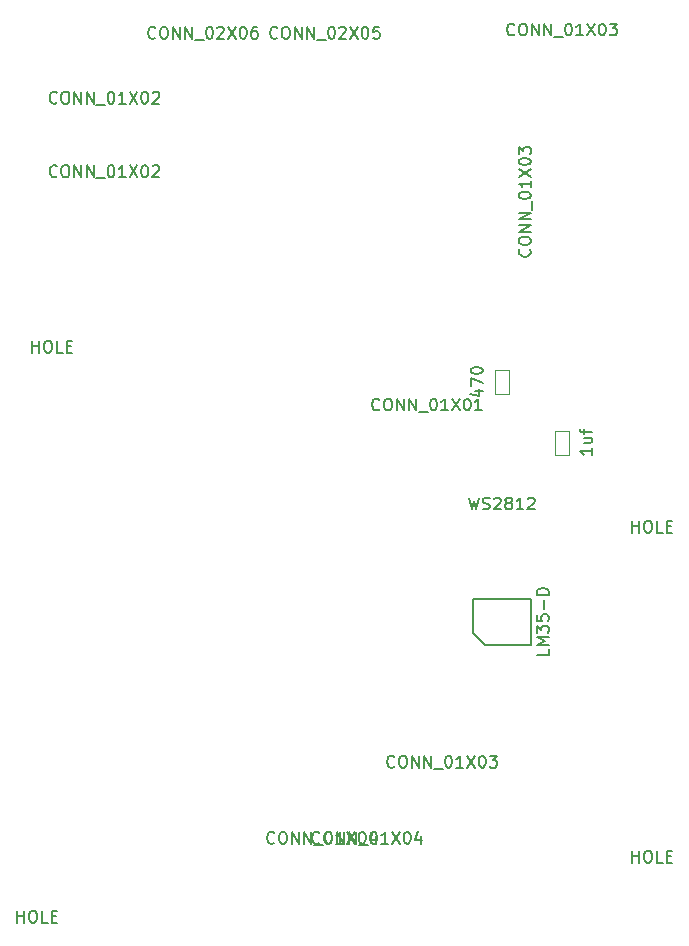
<source format=gbr>
G04 #@! TF.GenerationSoftware,KiCad,Pcbnew,5.0.0-rc2*
G04 #@! TF.CreationDate,2018-11-13T00:27:13-05:00*
G04 #@! TF.ProjectId,uno,756E6F2E6B696361645F706362000000,v1.0*
G04 #@! TF.SameCoordinates,Original*
G04 #@! TF.FileFunction,Other,Fab,Top*
%FSLAX46Y46*%
G04 Gerber Fmt 4.6, Leading zero omitted, Abs format (unit mm)*
G04 Created by KiCad (PCBNEW 5.0.0-rc2) date Tue Nov 13 00:27:13 2018*
%MOMM*%
%LPD*%
G01*
G04 APERTURE LIST*
%ADD10C,0.150000*%
%ADD11C,0.100000*%
G04 APERTURE END LIST*
D10*
G04 #@! TO.C,U6*
X71210000Y-87310000D02*
X71210000Y-84410000D01*
X71210000Y-84410000D02*
X76110000Y-84410000D01*
X76110000Y-84410000D02*
X76110000Y-88310000D01*
X76110000Y-88310000D02*
X72210000Y-88310000D01*
X72210000Y-88310000D02*
X71210000Y-87310000D01*
D11*
G04 #@! TO.C,C1*
X78115000Y-72200000D02*
X78115000Y-70200000D01*
X78115000Y-70200000D02*
X79365000Y-70200000D01*
X79365000Y-70200000D02*
X79365000Y-72200000D01*
X79365000Y-72200000D02*
X78115000Y-72200000D01*
G04 #@! TO.C,R1*
X73035000Y-65040000D02*
X74285000Y-65040000D01*
X73035000Y-67040000D02*
X73035000Y-65040000D01*
X74285000Y-67040000D02*
X73035000Y-67040000D01*
X74285000Y-65040000D02*
X74285000Y-67040000D01*
G04 #@! TD*
G04 #@! TO.C,U1*
D10*
X32623333Y-111831380D02*
X32623333Y-110831380D01*
X32623333Y-111307571D02*
X33194761Y-111307571D01*
X33194761Y-111831380D02*
X33194761Y-110831380D01*
X33861428Y-110831380D02*
X34051904Y-110831380D01*
X34147142Y-110879000D01*
X34242380Y-110974238D01*
X34290000Y-111164714D01*
X34290000Y-111498047D01*
X34242380Y-111688523D01*
X34147142Y-111783761D01*
X34051904Y-111831380D01*
X33861428Y-111831380D01*
X33766190Y-111783761D01*
X33670952Y-111688523D01*
X33623333Y-111498047D01*
X33623333Y-111164714D01*
X33670952Y-110974238D01*
X33766190Y-110879000D01*
X33861428Y-110831380D01*
X35194761Y-111831380D02*
X34718571Y-111831380D01*
X34718571Y-110831380D01*
X35528095Y-111307571D02*
X35861428Y-111307571D01*
X36004285Y-111831380D02*
X35528095Y-111831380D01*
X35528095Y-110831380D01*
X36004285Y-110831380D01*
G04 #@! TO.C,U2*
X84693333Y-106751380D02*
X84693333Y-105751380D01*
X84693333Y-106227571D02*
X85264761Y-106227571D01*
X85264761Y-106751380D02*
X85264761Y-105751380D01*
X85931428Y-105751380D02*
X86121904Y-105751380D01*
X86217142Y-105799000D01*
X86312380Y-105894238D01*
X86359999Y-106084714D01*
X86359999Y-106418047D01*
X86312380Y-106608523D01*
X86217142Y-106703761D01*
X86121904Y-106751380D01*
X85931428Y-106751380D01*
X85836190Y-106703761D01*
X85740952Y-106608523D01*
X85693333Y-106418047D01*
X85693333Y-106084714D01*
X85740952Y-105894238D01*
X85836190Y-105799000D01*
X85931428Y-105751380D01*
X87264761Y-106751380D02*
X86788571Y-106751380D01*
X86788571Y-105751380D01*
X87598095Y-106227571D02*
X87931428Y-106227571D01*
X88074285Y-106751380D02*
X87598095Y-106751380D01*
X87598095Y-105751380D01*
X88074285Y-105751380D01*
G04 #@! TO.C,U3*
X33893333Y-63571380D02*
X33893333Y-62571380D01*
X33893333Y-63047571D02*
X34464761Y-63047571D01*
X34464761Y-63571380D02*
X34464761Y-62571380D01*
X35131428Y-62571380D02*
X35321904Y-62571380D01*
X35417142Y-62619000D01*
X35512380Y-62714238D01*
X35560000Y-62904714D01*
X35560000Y-63238047D01*
X35512380Y-63428523D01*
X35417142Y-63523761D01*
X35321904Y-63571380D01*
X35131428Y-63571380D01*
X35036190Y-63523761D01*
X34940952Y-63428523D01*
X34893333Y-63238047D01*
X34893333Y-62904714D01*
X34940952Y-62714238D01*
X35036190Y-62619000D01*
X35131428Y-62571380D01*
X36464761Y-63571380D02*
X35988571Y-63571380D01*
X35988571Y-62571380D01*
X36798095Y-63047571D02*
X37131428Y-63047571D01*
X37274285Y-63571380D02*
X36798095Y-63571380D01*
X36798095Y-62571380D01*
X37274285Y-62571380D01*
G04 #@! TO.C,U4*
X84693333Y-78811380D02*
X84693333Y-77811380D01*
X84693333Y-78287571D02*
X85264761Y-78287571D01*
X85264761Y-78811380D02*
X85264761Y-77811380D01*
X85931428Y-77811380D02*
X86121904Y-77811380D01*
X86217142Y-77859000D01*
X86312380Y-77954238D01*
X86359999Y-78144714D01*
X86359999Y-78478047D01*
X86312380Y-78668523D01*
X86217142Y-78763761D01*
X86121904Y-78811380D01*
X85931428Y-78811380D01*
X85836190Y-78763761D01*
X85740952Y-78668523D01*
X85693333Y-78478047D01*
X85693333Y-78144714D01*
X85740952Y-77954238D01*
X85836190Y-77859000D01*
X85931428Y-77811380D01*
X87264761Y-78811380D02*
X86788571Y-78811380D01*
X86788571Y-77811380D01*
X87598095Y-78287571D02*
X87931428Y-78287571D01*
X88074285Y-78811380D02*
X87598095Y-78811380D01*
X87598095Y-77811380D01*
X88074285Y-77811380D01*
G04 #@! TO.C,LED1*
X70850476Y-75842380D02*
X71088571Y-76842380D01*
X71279047Y-76128095D01*
X71469523Y-76842380D01*
X71707619Y-75842380D01*
X72040952Y-76794761D02*
X72183809Y-76842380D01*
X72421904Y-76842380D01*
X72517142Y-76794761D01*
X72564761Y-76747142D01*
X72612380Y-76651904D01*
X72612380Y-76556666D01*
X72564761Y-76461428D01*
X72517142Y-76413809D01*
X72421904Y-76366190D01*
X72231428Y-76318571D01*
X72136190Y-76270952D01*
X72088571Y-76223333D01*
X72040952Y-76128095D01*
X72040952Y-76032857D01*
X72088571Y-75937619D01*
X72136190Y-75890000D01*
X72231428Y-75842380D01*
X72469523Y-75842380D01*
X72612380Y-75890000D01*
X72993333Y-75937619D02*
X73040952Y-75890000D01*
X73136190Y-75842380D01*
X73374285Y-75842380D01*
X73469523Y-75890000D01*
X73517142Y-75937619D01*
X73564761Y-76032857D01*
X73564761Y-76128095D01*
X73517142Y-76270952D01*
X72945714Y-76842380D01*
X73564761Y-76842380D01*
X74136190Y-76270952D02*
X74040952Y-76223333D01*
X73993333Y-76175714D01*
X73945714Y-76080476D01*
X73945714Y-76032857D01*
X73993333Y-75937619D01*
X74040952Y-75890000D01*
X74136190Y-75842380D01*
X74326666Y-75842380D01*
X74421904Y-75890000D01*
X74469523Y-75937619D01*
X74517142Y-76032857D01*
X74517142Y-76080476D01*
X74469523Y-76175714D01*
X74421904Y-76223333D01*
X74326666Y-76270952D01*
X74136190Y-76270952D01*
X74040952Y-76318571D01*
X73993333Y-76366190D01*
X73945714Y-76461428D01*
X73945714Y-76651904D01*
X73993333Y-76747142D01*
X74040952Y-76794761D01*
X74136190Y-76842380D01*
X74326666Y-76842380D01*
X74421904Y-76794761D01*
X74469523Y-76747142D01*
X74517142Y-76651904D01*
X74517142Y-76461428D01*
X74469523Y-76366190D01*
X74421904Y-76318571D01*
X74326666Y-76270952D01*
X75469523Y-76842380D02*
X74898095Y-76842380D01*
X75183809Y-76842380D02*
X75183809Y-75842380D01*
X75088571Y-75985238D01*
X74993333Y-76080476D01*
X74898095Y-76128095D01*
X75850476Y-75937619D02*
X75898095Y-75890000D01*
X75993333Y-75842380D01*
X76231428Y-75842380D01*
X76326666Y-75890000D01*
X76374285Y-75937619D01*
X76421904Y-76032857D01*
X76421904Y-76128095D01*
X76374285Y-76270952D01*
X75802857Y-76842380D01*
X76421904Y-76842380D01*
G04 #@! TO.C,P1*
X54396190Y-105057142D02*
X54348571Y-105104761D01*
X54205714Y-105152380D01*
X54110476Y-105152380D01*
X53967619Y-105104761D01*
X53872380Y-105009523D01*
X53824761Y-104914285D01*
X53777142Y-104723809D01*
X53777142Y-104580952D01*
X53824761Y-104390476D01*
X53872380Y-104295238D01*
X53967619Y-104200000D01*
X54110476Y-104152380D01*
X54205714Y-104152380D01*
X54348571Y-104200000D01*
X54396190Y-104247619D01*
X55015238Y-104152380D02*
X55205714Y-104152380D01*
X55300952Y-104200000D01*
X55396190Y-104295238D01*
X55443809Y-104485714D01*
X55443809Y-104819047D01*
X55396190Y-105009523D01*
X55300952Y-105104761D01*
X55205714Y-105152380D01*
X55015238Y-105152380D01*
X54919999Y-105104761D01*
X54824761Y-105009523D01*
X54777142Y-104819047D01*
X54777142Y-104485714D01*
X54824761Y-104295238D01*
X54919999Y-104200000D01*
X55015238Y-104152380D01*
X55872380Y-105152380D02*
X55872380Y-104152380D01*
X56443809Y-105152380D01*
X56443809Y-104152380D01*
X56919999Y-105152380D02*
X56919999Y-104152380D01*
X57491428Y-105152380D01*
X57491428Y-104152380D01*
X57729523Y-105247619D02*
X58491428Y-105247619D01*
X58919999Y-104152380D02*
X59015238Y-104152380D01*
X59110476Y-104200000D01*
X59158095Y-104247619D01*
X59205714Y-104342857D01*
X59253333Y-104533333D01*
X59253333Y-104771428D01*
X59205714Y-104961904D01*
X59158095Y-105057142D01*
X59110476Y-105104761D01*
X59015238Y-105152380D01*
X58919999Y-105152380D01*
X58824761Y-105104761D01*
X58777142Y-105057142D01*
X58729523Y-104961904D01*
X58681904Y-104771428D01*
X58681904Y-104533333D01*
X58729523Y-104342857D01*
X58777142Y-104247619D01*
X58824761Y-104200000D01*
X58919999Y-104152380D01*
X60205714Y-105152380D02*
X59634285Y-105152380D01*
X59919999Y-105152380D02*
X59919999Y-104152380D01*
X59824761Y-104295238D01*
X59729523Y-104390476D01*
X59634285Y-104438095D01*
X60539047Y-104152380D02*
X61205714Y-105152380D01*
X61205714Y-104152380D02*
X60539047Y-105152380D01*
X61777142Y-104152380D02*
X61872380Y-104152380D01*
X61967619Y-104200000D01*
X62015238Y-104247619D01*
X62062857Y-104342857D01*
X62110476Y-104533333D01*
X62110476Y-104771428D01*
X62062857Y-104961904D01*
X62015238Y-105057142D01*
X61967619Y-105104761D01*
X61872380Y-105152380D01*
X61777142Y-105152380D01*
X61681904Y-105104761D01*
X61634285Y-105057142D01*
X61586666Y-104961904D01*
X61539047Y-104771428D01*
X61539047Y-104533333D01*
X61586666Y-104342857D01*
X61634285Y-104247619D01*
X61681904Y-104200000D01*
X61777142Y-104152380D01*
X62967619Y-104485714D02*
X62967619Y-105152380D01*
X62729523Y-104104761D02*
X62491428Y-104819047D01*
X63110476Y-104819047D01*
G04 #@! TO.C,P2*
X54638523Y-36896642D02*
X54590904Y-36944261D01*
X54448047Y-36991880D01*
X54352809Y-36991880D01*
X54209952Y-36944261D01*
X54114713Y-36849023D01*
X54067094Y-36753785D01*
X54019475Y-36563309D01*
X54019475Y-36420452D01*
X54067094Y-36229976D01*
X54114713Y-36134738D01*
X54209952Y-36039500D01*
X54352809Y-35991880D01*
X54448047Y-35991880D01*
X54590904Y-36039500D01*
X54638523Y-36087119D01*
X55257571Y-35991880D02*
X55448047Y-35991880D01*
X55543285Y-36039500D01*
X55638523Y-36134738D01*
X55686142Y-36325214D01*
X55686142Y-36658547D01*
X55638523Y-36849023D01*
X55543285Y-36944261D01*
X55448047Y-36991880D01*
X55257571Y-36991880D01*
X55162332Y-36944261D01*
X55067094Y-36849023D01*
X55019475Y-36658547D01*
X55019475Y-36325214D01*
X55067094Y-36134738D01*
X55162332Y-36039500D01*
X55257571Y-35991880D01*
X56114713Y-36991880D02*
X56114713Y-35991880D01*
X56686142Y-36991880D01*
X56686142Y-35991880D01*
X57162332Y-36991880D02*
X57162332Y-35991880D01*
X57733761Y-36991880D01*
X57733761Y-35991880D01*
X57971856Y-37087119D02*
X58733761Y-37087119D01*
X59162332Y-35991880D02*
X59257571Y-35991880D01*
X59352809Y-36039500D01*
X59400428Y-36087119D01*
X59448047Y-36182357D01*
X59495666Y-36372833D01*
X59495666Y-36610928D01*
X59448047Y-36801404D01*
X59400428Y-36896642D01*
X59352809Y-36944261D01*
X59257571Y-36991880D01*
X59162332Y-36991880D01*
X59067094Y-36944261D01*
X59019475Y-36896642D01*
X58971856Y-36801404D01*
X58924237Y-36610928D01*
X58924237Y-36372833D01*
X58971856Y-36182357D01*
X59019475Y-36087119D01*
X59067094Y-36039500D01*
X59162332Y-35991880D01*
X59876618Y-36087119D02*
X59924237Y-36039500D01*
X60019475Y-35991880D01*
X60257571Y-35991880D01*
X60352809Y-36039500D01*
X60400428Y-36087119D01*
X60448047Y-36182357D01*
X60448047Y-36277595D01*
X60400428Y-36420452D01*
X59828999Y-36991880D01*
X60448047Y-36991880D01*
X60781380Y-35991880D02*
X61448047Y-36991880D01*
X61448047Y-35991880D02*
X60781380Y-36991880D01*
X62019475Y-35991880D02*
X62114713Y-35991880D01*
X62209952Y-36039500D01*
X62257571Y-36087119D01*
X62305190Y-36182357D01*
X62352809Y-36372833D01*
X62352809Y-36610928D01*
X62305190Y-36801404D01*
X62257571Y-36896642D01*
X62209952Y-36944261D01*
X62114713Y-36991880D01*
X62019475Y-36991880D01*
X61924237Y-36944261D01*
X61876618Y-36896642D01*
X61828999Y-36801404D01*
X61781380Y-36610928D01*
X61781380Y-36372833D01*
X61828999Y-36182357D01*
X61876618Y-36087119D01*
X61924237Y-36039500D01*
X62019475Y-35991880D01*
X63257571Y-35991880D02*
X62781380Y-35991880D01*
X62733761Y-36468071D01*
X62781380Y-36420452D01*
X62876618Y-36372833D01*
X63114713Y-36372833D01*
X63209952Y-36420452D01*
X63257571Y-36468071D01*
X63305190Y-36563309D01*
X63305190Y-36801404D01*
X63257571Y-36896642D01*
X63209952Y-36944261D01*
X63114713Y-36991880D01*
X62876618Y-36991880D01*
X62781380Y-36944261D01*
X62733761Y-36896642D01*
G04 #@! TO.C,P3*
X35981190Y-48617142D02*
X35933571Y-48664761D01*
X35790714Y-48712380D01*
X35695476Y-48712380D01*
X35552619Y-48664761D01*
X35457380Y-48569523D01*
X35409761Y-48474285D01*
X35362142Y-48283809D01*
X35362142Y-48140952D01*
X35409761Y-47950476D01*
X35457380Y-47855238D01*
X35552619Y-47760000D01*
X35695476Y-47712380D01*
X35790714Y-47712380D01*
X35933571Y-47760000D01*
X35981190Y-47807619D01*
X36600238Y-47712380D02*
X36790714Y-47712380D01*
X36885952Y-47760000D01*
X36981190Y-47855238D01*
X37028809Y-48045714D01*
X37028809Y-48379047D01*
X36981190Y-48569523D01*
X36885952Y-48664761D01*
X36790714Y-48712380D01*
X36600238Y-48712380D01*
X36504999Y-48664761D01*
X36409761Y-48569523D01*
X36362142Y-48379047D01*
X36362142Y-48045714D01*
X36409761Y-47855238D01*
X36504999Y-47760000D01*
X36600238Y-47712380D01*
X37457380Y-48712380D02*
X37457380Y-47712380D01*
X38028809Y-48712380D01*
X38028809Y-47712380D01*
X38504999Y-48712380D02*
X38504999Y-47712380D01*
X39076428Y-48712380D01*
X39076428Y-47712380D01*
X39314523Y-48807619D02*
X40076428Y-48807619D01*
X40504999Y-47712380D02*
X40600238Y-47712380D01*
X40695476Y-47760000D01*
X40743095Y-47807619D01*
X40790714Y-47902857D01*
X40838333Y-48093333D01*
X40838333Y-48331428D01*
X40790714Y-48521904D01*
X40743095Y-48617142D01*
X40695476Y-48664761D01*
X40600238Y-48712380D01*
X40504999Y-48712380D01*
X40409761Y-48664761D01*
X40362142Y-48617142D01*
X40314523Y-48521904D01*
X40266904Y-48331428D01*
X40266904Y-48093333D01*
X40314523Y-47902857D01*
X40362142Y-47807619D01*
X40409761Y-47760000D01*
X40504999Y-47712380D01*
X41790714Y-48712380D02*
X41219285Y-48712380D01*
X41504999Y-48712380D02*
X41504999Y-47712380D01*
X41409761Y-47855238D01*
X41314523Y-47950476D01*
X41219285Y-47998095D01*
X42124047Y-47712380D02*
X42790714Y-48712380D01*
X42790714Y-47712380D02*
X42124047Y-48712380D01*
X43362142Y-47712380D02*
X43457380Y-47712380D01*
X43552619Y-47760000D01*
X43600238Y-47807619D01*
X43647857Y-47902857D01*
X43695476Y-48093333D01*
X43695476Y-48331428D01*
X43647857Y-48521904D01*
X43600238Y-48617142D01*
X43552619Y-48664761D01*
X43457380Y-48712380D01*
X43362142Y-48712380D01*
X43266904Y-48664761D01*
X43219285Y-48617142D01*
X43171666Y-48521904D01*
X43124047Y-48331428D01*
X43124047Y-48093333D01*
X43171666Y-47902857D01*
X43219285Y-47807619D01*
X43266904Y-47760000D01*
X43362142Y-47712380D01*
X44076428Y-47807619D02*
X44124047Y-47760000D01*
X44219285Y-47712380D01*
X44457380Y-47712380D01*
X44552619Y-47760000D01*
X44600238Y-47807619D01*
X44647857Y-47902857D01*
X44647857Y-47998095D01*
X44600238Y-48140952D01*
X44028809Y-48712380D01*
X44647857Y-48712380D01*
G04 #@! TO.C,P4*
X35981190Y-42395642D02*
X35933571Y-42443261D01*
X35790714Y-42490880D01*
X35695476Y-42490880D01*
X35552619Y-42443261D01*
X35457380Y-42348023D01*
X35409761Y-42252785D01*
X35362142Y-42062309D01*
X35362142Y-41919452D01*
X35409761Y-41728976D01*
X35457380Y-41633738D01*
X35552619Y-41538500D01*
X35695476Y-41490880D01*
X35790714Y-41490880D01*
X35933571Y-41538500D01*
X35981190Y-41586119D01*
X36600238Y-41490880D02*
X36790714Y-41490880D01*
X36885952Y-41538500D01*
X36981190Y-41633738D01*
X37028809Y-41824214D01*
X37028809Y-42157547D01*
X36981190Y-42348023D01*
X36885952Y-42443261D01*
X36790714Y-42490880D01*
X36600238Y-42490880D01*
X36504999Y-42443261D01*
X36409761Y-42348023D01*
X36362142Y-42157547D01*
X36362142Y-41824214D01*
X36409761Y-41633738D01*
X36504999Y-41538500D01*
X36600238Y-41490880D01*
X37457380Y-42490880D02*
X37457380Y-41490880D01*
X38028809Y-42490880D01*
X38028809Y-41490880D01*
X38504999Y-42490880D02*
X38504999Y-41490880D01*
X39076428Y-42490880D01*
X39076428Y-41490880D01*
X39314523Y-42586119D02*
X40076428Y-42586119D01*
X40504999Y-41490880D02*
X40600238Y-41490880D01*
X40695476Y-41538500D01*
X40743095Y-41586119D01*
X40790714Y-41681357D01*
X40838333Y-41871833D01*
X40838333Y-42109928D01*
X40790714Y-42300404D01*
X40743095Y-42395642D01*
X40695476Y-42443261D01*
X40600238Y-42490880D01*
X40504999Y-42490880D01*
X40409761Y-42443261D01*
X40362142Y-42395642D01*
X40314523Y-42300404D01*
X40266904Y-42109928D01*
X40266904Y-41871833D01*
X40314523Y-41681357D01*
X40362142Y-41586119D01*
X40409761Y-41538500D01*
X40504999Y-41490880D01*
X41790714Y-42490880D02*
X41219285Y-42490880D01*
X41504999Y-42490880D02*
X41504999Y-41490880D01*
X41409761Y-41633738D01*
X41314523Y-41728976D01*
X41219285Y-41776595D01*
X42124047Y-41490880D02*
X42790714Y-42490880D01*
X42790714Y-41490880D02*
X42124047Y-42490880D01*
X43362142Y-41490880D02*
X43457380Y-41490880D01*
X43552619Y-41538500D01*
X43600238Y-41586119D01*
X43647857Y-41681357D01*
X43695476Y-41871833D01*
X43695476Y-42109928D01*
X43647857Y-42300404D01*
X43600238Y-42395642D01*
X43552619Y-42443261D01*
X43457380Y-42490880D01*
X43362142Y-42490880D01*
X43266904Y-42443261D01*
X43219285Y-42395642D01*
X43171666Y-42300404D01*
X43124047Y-42109928D01*
X43124047Y-41871833D01*
X43171666Y-41681357D01*
X43219285Y-41586119D01*
X43266904Y-41538500D01*
X43362142Y-41490880D01*
X44076428Y-41586119D02*
X44124047Y-41538500D01*
X44219285Y-41490880D01*
X44457380Y-41490880D01*
X44552619Y-41538500D01*
X44600238Y-41586119D01*
X44647857Y-41681357D01*
X44647857Y-41776595D01*
X44600238Y-41919452D01*
X44028809Y-42490880D01*
X44647857Y-42490880D01*
G04 #@! TO.C,P5*
X58206190Y-105057142D02*
X58158571Y-105104761D01*
X58015714Y-105152380D01*
X57920476Y-105152380D01*
X57777619Y-105104761D01*
X57682380Y-105009523D01*
X57634761Y-104914285D01*
X57587142Y-104723809D01*
X57587142Y-104580952D01*
X57634761Y-104390476D01*
X57682380Y-104295238D01*
X57777619Y-104200000D01*
X57920476Y-104152380D01*
X58015714Y-104152380D01*
X58158571Y-104200000D01*
X58206190Y-104247619D01*
X58825238Y-104152380D02*
X59015714Y-104152380D01*
X59110952Y-104200000D01*
X59206190Y-104295238D01*
X59253809Y-104485714D01*
X59253809Y-104819047D01*
X59206190Y-105009523D01*
X59110952Y-105104761D01*
X59015714Y-105152380D01*
X58825238Y-105152380D01*
X58729999Y-105104761D01*
X58634761Y-105009523D01*
X58587142Y-104819047D01*
X58587142Y-104485714D01*
X58634761Y-104295238D01*
X58729999Y-104200000D01*
X58825238Y-104152380D01*
X59682380Y-105152380D02*
X59682380Y-104152380D01*
X60253809Y-105152380D01*
X60253809Y-104152380D01*
X60729999Y-105152380D02*
X60729999Y-104152380D01*
X61301428Y-105152380D01*
X61301428Y-104152380D01*
X61539523Y-105247619D02*
X62301428Y-105247619D01*
X62729999Y-104152380D02*
X62825238Y-104152380D01*
X62920476Y-104200000D01*
X62968095Y-104247619D01*
X63015714Y-104342857D01*
X63063333Y-104533333D01*
X63063333Y-104771428D01*
X63015714Y-104961904D01*
X62968095Y-105057142D01*
X62920476Y-105104761D01*
X62825238Y-105152380D01*
X62729999Y-105152380D01*
X62634761Y-105104761D01*
X62587142Y-105057142D01*
X62539523Y-104961904D01*
X62491904Y-104771428D01*
X62491904Y-104533333D01*
X62539523Y-104342857D01*
X62587142Y-104247619D01*
X62634761Y-104200000D01*
X62729999Y-104152380D01*
X64015714Y-105152380D02*
X63444285Y-105152380D01*
X63729999Y-105152380D02*
X63729999Y-104152380D01*
X63634761Y-104295238D01*
X63539523Y-104390476D01*
X63444285Y-104438095D01*
X64349047Y-104152380D02*
X65015714Y-105152380D01*
X65015714Y-104152380D02*
X64349047Y-105152380D01*
X65587142Y-104152380D02*
X65682380Y-104152380D01*
X65777619Y-104200000D01*
X65825238Y-104247619D01*
X65872857Y-104342857D01*
X65920476Y-104533333D01*
X65920476Y-104771428D01*
X65872857Y-104961904D01*
X65825238Y-105057142D01*
X65777619Y-105104761D01*
X65682380Y-105152380D01*
X65587142Y-105152380D01*
X65491904Y-105104761D01*
X65444285Y-105057142D01*
X65396666Y-104961904D01*
X65349047Y-104771428D01*
X65349047Y-104533333D01*
X65396666Y-104342857D01*
X65444285Y-104247619D01*
X65491904Y-104200000D01*
X65587142Y-104152380D01*
X66777619Y-104485714D02*
X66777619Y-105152380D01*
X66539523Y-104104761D02*
X66301428Y-104819047D01*
X66920476Y-104819047D01*
G04 #@! TO.C,P6*
X63286190Y-68377142D02*
X63238571Y-68424761D01*
X63095714Y-68472380D01*
X63000476Y-68472380D01*
X62857619Y-68424761D01*
X62762380Y-68329523D01*
X62714761Y-68234285D01*
X62667142Y-68043809D01*
X62667142Y-67900952D01*
X62714761Y-67710476D01*
X62762380Y-67615238D01*
X62857619Y-67520000D01*
X63000476Y-67472380D01*
X63095714Y-67472380D01*
X63238571Y-67520000D01*
X63286190Y-67567619D01*
X63905238Y-67472380D02*
X64095714Y-67472380D01*
X64190952Y-67520000D01*
X64286190Y-67615238D01*
X64333809Y-67805714D01*
X64333809Y-68139047D01*
X64286190Y-68329523D01*
X64190952Y-68424761D01*
X64095714Y-68472380D01*
X63905238Y-68472380D01*
X63809999Y-68424761D01*
X63714761Y-68329523D01*
X63667142Y-68139047D01*
X63667142Y-67805714D01*
X63714761Y-67615238D01*
X63809999Y-67520000D01*
X63905238Y-67472380D01*
X64762380Y-68472380D02*
X64762380Y-67472380D01*
X65333809Y-68472380D01*
X65333809Y-67472380D01*
X65809999Y-68472380D02*
X65809999Y-67472380D01*
X66381428Y-68472380D01*
X66381428Y-67472380D01*
X66619523Y-68567619D02*
X67381428Y-68567619D01*
X67809999Y-67472380D02*
X67905238Y-67472380D01*
X68000476Y-67520000D01*
X68048095Y-67567619D01*
X68095714Y-67662857D01*
X68143333Y-67853333D01*
X68143333Y-68091428D01*
X68095714Y-68281904D01*
X68048095Y-68377142D01*
X68000476Y-68424761D01*
X67905238Y-68472380D01*
X67809999Y-68472380D01*
X67714761Y-68424761D01*
X67667142Y-68377142D01*
X67619523Y-68281904D01*
X67571904Y-68091428D01*
X67571904Y-67853333D01*
X67619523Y-67662857D01*
X67667142Y-67567619D01*
X67714761Y-67520000D01*
X67809999Y-67472380D01*
X69095714Y-68472380D02*
X68524285Y-68472380D01*
X68809999Y-68472380D02*
X68809999Y-67472380D01*
X68714761Y-67615238D01*
X68619523Y-67710476D01*
X68524285Y-67758095D01*
X69429047Y-67472380D02*
X70095714Y-68472380D01*
X70095714Y-67472380D02*
X69429047Y-68472380D01*
X70667142Y-67472380D02*
X70762380Y-67472380D01*
X70857619Y-67520000D01*
X70905238Y-67567619D01*
X70952857Y-67662857D01*
X71000476Y-67853333D01*
X71000476Y-68091428D01*
X70952857Y-68281904D01*
X70905238Y-68377142D01*
X70857619Y-68424761D01*
X70762380Y-68472380D01*
X70667142Y-68472380D01*
X70571904Y-68424761D01*
X70524285Y-68377142D01*
X70476666Y-68281904D01*
X70429047Y-68091428D01*
X70429047Y-67853333D01*
X70476666Y-67662857D01*
X70524285Y-67567619D01*
X70571904Y-67520000D01*
X70667142Y-67472380D01*
X71952857Y-68472380D02*
X71381428Y-68472380D01*
X71667142Y-68472380D02*
X71667142Y-67472380D01*
X71571904Y-67615238D01*
X71476666Y-67710476D01*
X71381428Y-67758095D01*
G04 #@! TO.C,P7*
X44318523Y-36896642D02*
X44270904Y-36944261D01*
X44128047Y-36991880D01*
X44032809Y-36991880D01*
X43889952Y-36944261D01*
X43794713Y-36849023D01*
X43747094Y-36753785D01*
X43699475Y-36563309D01*
X43699475Y-36420452D01*
X43747094Y-36229976D01*
X43794713Y-36134738D01*
X43889952Y-36039500D01*
X44032809Y-35991880D01*
X44128047Y-35991880D01*
X44270904Y-36039500D01*
X44318523Y-36087119D01*
X44937571Y-35991880D02*
X45128047Y-35991880D01*
X45223285Y-36039500D01*
X45318523Y-36134738D01*
X45366142Y-36325214D01*
X45366142Y-36658547D01*
X45318523Y-36849023D01*
X45223285Y-36944261D01*
X45128047Y-36991880D01*
X44937571Y-36991880D01*
X44842332Y-36944261D01*
X44747094Y-36849023D01*
X44699475Y-36658547D01*
X44699475Y-36325214D01*
X44747094Y-36134738D01*
X44842332Y-36039500D01*
X44937571Y-35991880D01*
X45794713Y-36991880D02*
X45794713Y-35991880D01*
X46366142Y-36991880D01*
X46366142Y-35991880D01*
X46842332Y-36991880D02*
X46842332Y-35991880D01*
X47413761Y-36991880D01*
X47413761Y-35991880D01*
X47651856Y-37087119D02*
X48413761Y-37087119D01*
X48842332Y-35991880D02*
X48937571Y-35991880D01*
X49032809Y-36039500D01*
X49080428Y-36087119D01*
X49128047Y-36182357D01*
X49175666Y-36372833D01*
X49175666Y-36610928D01*
X49128047Y-36801404D01*
X49080428Y-36896642D01*
X49032809Y-36944261D01*
X48937571Y-36991880D01*
X48842332Y-36991880D01*
X48747094Y-36944261D01*
X48699475Y-36896642D01*
X48651856Y-36801404D01*
X48604237Y-36610928D01*
X48604237Y-36372833D01*
X48651856Y-36182357D01*
X48699475Y-36087119D01*
X48747094Y-36039500D01*
X48842332Y-35991880D01*
X49556618Y-36087119D02*
X49604237Y-36039500D01*
X49699475Y-35991880D01*
X49937571Y-35991880D01*
X50032809Y-36039500D01*
X50080428Y-36087119D01*
X50128047Y-36182357D01*
X50128047Y-36277595D01*
X50080428Y-36420452D01*
X49508999Y-36991880D01*
X50128047Y-36991880D01*
X50461380Y-35991880D02*
X51128047Y-36991880D01*
X51128047Y-35991880D02*
X50461380Y-36991880D01*
X51699475Y-35991880D02*
X51794713Y-35991880D01*
X51889952Y-36039500D01*
X51937571Y-36087119D01*
X51985190Y-36182357D01*
X52032809Y-36372833D01*
X52032809Y-36610928D01*
X51985190Y-36801404D01*
X51937571Y-36896642D01*
X51889952Y-36944261D01*
X51794713Y-36991880D01*
X51699475Y-36991880D01*
X51604237Y-36944261D01*
X51556618Y-36896642D01*
X51508999Y-36801404D01*
X51461380Y-36610928D01*
X51461380Y-36372833D01*
X51508999Y-36182357D01*
X51556618Y-36087119D01*
X51604237Y-36039500D01*
X51699475Y-35991880D01*
X52889952Y-35991880D02*
X52699475Y-35991880D01*
X52604237Y-36039500D01*
X52556618Y-36087119D01*
X52461380Y-36229976D01*
X52413761Y-36420452D01*
X52413761Y-36801404D01*
X52461380Y-36896642D01*
X52508999Y-36944261D01*
X52604237Y-36991880D01*
X52794713Y-36991880D01*
X52889952Y-36944261D01*
X52937571Y-36896642D01*
X52985190Y-36801404D01*
X52985190Y-36563309D01*
X52937571Y-36468071D01*
X52889952Y-36420452D01*
X52794713Y-36372833D01*
X52604237Y-36372833D01*
X52508999Y-36420452D01*
X52461380Y-36468071D01*
X52413761Y-36563309D01*
G04 #@! TO.C,P8*
X74716190Y-36627142D02*
X74668571Y-36674761D01*
X74525714Y-36722380D01*
X74430476Y-36722380D01*
X74287619Y-36674761D01*
X74192380Y-36579523D01*
X74144761Y-36484285D01*
X74097142Y-36293809D01*
X74097142Y-36150952D01*
X74144761Y-35960476D01*
X74192380Y-35865238D01*
X74287619Y-35770000D01*
X74430476Y-35722380D01*
X74525714Y-35722380D01*
X74668571Y-35770000D01*
X74716190Y-35817619D01*
X75335238Y-35722380D02*
X75525714Y-35722380D01*
X75620952Y-35770000D01*
X75716190Y-35865238D01*
X75763809Y-36055714D01*
X75763809Y-36389047D01*
X75716190Y-36579523D01*
X75620952Y-36674761D01*
X75525714Y-36722380D01*
X75335238Y-36722380D01*
X75240000Y-36674761D01*
X75144761Y-36579523D01*
X75097142Y-36389047D01*
X75097142Y-36055714D01*
X75144761Y-35865238D01*
X75240000Y-35770000D01*
X75335238Y-35722380D01*
X76192380Y-36722380D02*
X76192380Y-35722380D01*
X76763809Y-36722380D01*
X76763809Y-35722380D01*
X77240000Y-36722380D02*
X77240000Y-35722380D01*
X77811428Y-36722380D01*
X77811428Y-35722380D01*
X78049523Y-36817619D02*
X78811428Y-36817619D01*
X79240000Y-35722380D02*
X79335238Y-35722380D01*
X79430476Y-35770000D01*
X79478095Y-35817619D01*
X79525714Y-35912857D01*
X79573333Y-36103333D01*
X79573333Y-36341428D01*
X79525714Y-36531904D01*
X79478095Y-36627142D01*
X79430476Y-36674761D01*
X79335238Y-36722380D01*
X79240000Y-36722380D01*
X79144761Y-36674761D01*
X79097142Y-36627142D01*
X79049523Y-36531904D01*
X79001904Y-36341428D01*
X79001904Y-36103333D01*
X79049523Y-35912857D01*
X79097142Y-35817619D01*
X79144761Y-35770000D01*
X79240000Y-35722380D01*
X80525714Y-36722380D02*
X79954285Y-36722380D01*
X80240000Y-36722380D02*
X80240000Y-35722380D01*
X80144761Y-35865238D01*
X80049523Y-35960476D01*
X79954285Y-36008095D01*
X80859047Y-35722380D02*
X81525714Y-36722380D01*
X81525714Y-35722380D02*
X80859047Y-36722380D01*
X82097142Y-35722380D02*
X82192380Y-35722380D01*
X82287619Y-35770000D01*
X82335238Y-35817619D01*
X82382857Y-35912857D01*
X82430476Y-36103333D01*
X82430476Y-36341428D01*
X82382857Y-36531904D01*
X82335238Y-36627142D01*
X82287619Y-36674761D01*
X82192380Y-36722380D01*
X82097142Y-36722380D01*
X82001904Y-36674761D01*
X81954285Y-36627142D01*
X81906666Y-36531904D01*
X81859047Y-36341428D01*
X81859047Y-36103333D01*
X81906666Y-35912857D01*
X81954285Y-35817619D01*
X82001904Y-35770000D01*
X82097142Y-35722380D01*
X82763809Y-35722380D02*
X83382857Y-35722380D01*
X83049523Y-36103333D01*
X83192380Y-36103333D01*
X83287619Y-36150952D01*
X83335238Y-36198571D01*
X83382857Y-36293809D01*
X83382857Y-36531904D01*
X83335238Y-36627142D01*
X83287619Y-36674761D01*
X83192380Y-36722380D01*
X82906666Y-36722380D01*
X82811428Y-36674761D01*
X82763809Y-36627142D01*
G04 #@! TO.C,P9*
X75997142Y-54823809D02*
X76044761Y-54871428D01*
X76092380Y-55014285D01*
X76092380Y-55109523D01*
X76044761Y-55252380D01*
X75949523Y-55347619D01*
X75854285Y-55395238D01*
X75663809Y-55442857D01*
X75520952Y-55442857D01*
X75330476Y-55395238D01*
X75235238Y-55347619D01*
X75139999Y-55252380D01*
X75092380Y-55109523D01*
X75092380Y-55014285D01*
X75139999Y-54871428D01*
X75187619Y-54823809D01*
X75092380Y-54204761D02*
X75092380Y-54014285D01*
X75139999Y-53919047D01*
X75235238Y-53823809D01*
X75425714Y-53776190D01*
X75759047Y-53776190D01*
X75949523Y-53823809D01*
X76044761Y-53919047D01*
X76092380Y-54014285D01*
X76092380Y-54204761D01*
X76044761Y-54299999D01*
X75949523Y-54395238D01*
X75759047Y-54442857D01*
X75425714Y-54442857D01*
X75235238Y-54395238D01*
X75139999Y-54299999D01*
X75092380Y-54204761D01*
X76092380Y-53347619D02*
X75092380Y-53347619D01*
X76092380Y-52776190D01*
X75092380Y-52776190D01*
X76092380Y-52299999D02*
X75092380Y-52299999D01*
X76092380Y-51728571D01*
X75092380Y-51728571D01*
X76187619Y-51490476D02*
X76187619Y-50728571D01*
X75092380Y-50299999D02*
X75092380Y-50204761D01*
X75140000Y-50109523D01*
X75187619Y-50061904D01*
X75282857Y-50014285D01*
X75473333Y-49966666D01*
X75711428Y-49966666D01*
X75901904Y-50014285D01*
X75997142Y-50061904D01*
X76044761Y-50109523D01*
X76092380Y-50204761D01*
X76092380Y-50299999D01*
X76044761Y-50395238D01*
X75997142Y-50442857D01*
X75901904Y-50490476D01*
X75711428Y-50538095D01*
X75473333Y-50538095D01*
X75282857Y-50490476D01*
X75187619Y-50442857D01*
X75140000Y-50395238D01*
X75092380Y-50299999D01*
X76092380Y-49014285D02*
X76092380Y-49585714D01*
X76092380Y-49299999D02*
X75092380Y-49299999D01*
X75235238Y-49395238D01*
X75330476Y-49490476D01*
X75378095Y-49585714D01*
X75092380Y-48680952D02*
X76092380Y-48014285D01*
X75092380Y-48014285D02*
X76092380Y-48680952D01*
X75092380Y-47442857D02*
X75092380Y-47347619D01*
X75140000Y-47252380D01*
X75187619Y-47204761D01*
X75282857Y-47157142D01*
X75473333Y-47109523D01*
X75711428Y-47109523D01*
X75901904Y-47157142D01*
X75997142Y-47204761D01*
X76044761Y-47252380D01*
X76092380Y-47347619D01*
X76092380Y-47442857D01*
X76044761Y-47538095D01*
X75997142Y-47585714D01*
X75901904Y-47633333D01*
X75711428Y-47680952D01*
X75473333Y-47680952D01*
X75282857Y-47633333D01*
X75187619Y-47585714D01*
X75140000Y-47538095D01*
X75092380Y-47442857D01*
X75092380Y-46776190D02*
X75092380Y-46157142D01*
X75473333Y-46490476D01*
X75473333Y-46347619D01*
X75520952Y-46252380D01*
X75568571Y-46204761D01*
X75663809Y-46157142D01*
X75901904Y-46157142D01*
X75997142Y-46204761D01*
X76044761Y-46252380D01*
X76092380Y-46347619D01*
X76092380Y-46633333D01*
X76044761Y-46728571D01*
X75997142Y-46776190D01*
G04 #@! TO.C,P10*
X64556190Y-98607142D02*
X64508571Y-98654761D01*
X64365714Y-98702380D01*
X64270476Y-98702380D01*
X64127619Y-98654761D01*
X64032380Y-98559523D01*
X63984761Y-98464285D01*
X63937142Y-98273809D01*
X63937142Y-98130952D01*
X63984761Y-97940476D01*
X64032380Y-97845238D01*
X64127619Y-97750000D01*
X64270476Y-97702380D01*
X64365714Y-97702380D01*
X64508571Y-97750000D01*
X64556190Y-97797619D01*
X65175238Y-97702380D02*
X65365714Y-97702380D01*
X65460952Y-97750000D01*
X65556190Y-97845238D01*
X65603809Y-98035714D01*
X65603809Y-98369047D01*
X65556190Y-98559523D01*
X65460952Y-98654761D01*
X65365714Y-98702380D01*
X65175238Y-98702380D01*
X65079999Y-98654761D01*
X64984761Y-98559523D01*
X64937142Y-98369047D01*
X64937142Y-98035714D01*
X64984761Y-97845238D01*
X65079999Y-97750000D01*
X65175238Y-97702380D01*
X66032380Y-98702380D02*
X66032380Y-97702380D01*
X66603809Y-98702380D01*
X66603809Y-97702380D01*
X67079999Y-98702380D02*
X67079999Y-97702380D01*
X67651428Y-98702380D01*
X67651428Y-97702380D01*
X67889523Y-98797619D02*
X68651428Y-98797619D01*
X69079999Y-97702380D02*
X69175238Y-97702380D01*
X69270476Y-97750000D01*
X69318095Y-97797619D01*
X69365714Y-97892857D01*
X69413333Y-98083333D01*
X69413333Y-98321428D01*
X69365714Y-98511904D01*
X69318095Y-98607142D01*
X69270476Y-98654761D01*
X69175238Y-98702380D01*
X69079999Y-98702380D01*
X68984761Y-98654761D01*
X68937142Y-98607142D01*
X68889523Y-98511904D01*
X68841904Y-98321428D01*
X68841904Y-98083333D01*
X68889523Y-97892857D01*
X68937142Y-97797619D01*
X68984761Y-97750000D01*
X69079999Y-97702380D01*
X70365714Y-98702380D02*
X69794285Y-98702380D01*
X70079999Y-98702380D02*
X70079999Y-97702380D01*
X69984761Y-97845238D01*
X69889523Y-97940476D01*
X69794285Y-97988095D01*
X70699047Y-97702380D02*
X71365714Y-98702380D01*
X71365714Y-97702380D02*
X70699047Y-98702380D01*
X71937142Y-97702380D02*
X72032380Y-97702380D01*
X72127619Y-97750000D01*
X72175238Y-97797619D01*
X72222857Y-97892857D01*
X72270476Y-98083333D01*
X72270476Y-98321428D01*
X72222857Y-98511904D01*
X72175238Y-98607142D01*
X72127619Y-98654761D01*
X72032380Y-98702380D01*
X71937142Y-98702380D01*
X71841904Y-98654761D01*
X71794285Y-98607142D01*
X71746666Y-98511904D01*
X71699047Y-98321428D01*
X71699047Y-98083333D01*
X71746666Y-97892857D01*
X71794285Y-97797619D01*
X71841904Y-97750000D01*
X71937142Y-97702380D01*
X72603809Y-97702380D02*
X73222857Y-97702380D01*
X72889523Y-98083333D01*
X73032380Y-98083333D01*
X73127619Y-98130952D01*
X73175238Y-98178571D01*
X73222857Y-98273809D01*
X73222857Y-98511904D01*
X73175238Y-98607142D01*
X73127619Y-98654761D01*
X73032380Y-98702380D01*
X72746666Y-98702380D01*
X72651428Y-98654761D01*
X72603809Y-98607142D01*
G04 #@! TO.C,U6*
X77612380Y-88693333D02*
X77612380Y-89169523D01*
X76612380Y-89169523D01*
X77612380Y-88359999D02*
X76612380Y-88359999D01*
X77326666Y-88026666D01*
X76612380Y-87693333D01*
X77612380Y-87693333D01*
X76612380Y-87312380D02*
X76612380Y-86693333D01*
X76993333Y-87026666D01*
X76993333Y-86883809D01*
X77040952Y-86788571D01*
X77088571Y-86740952D01*
X77183809Y-86693333D01*
X77421904Y-86693333D01*
X77517142Y-86740952D01*
X77564761Y-86788571D01*
X77612380Y-86883809D01*
X77612380Y-87169523D01*
X77564761Y-87264761D01*
X77517142Y-87312380D01*
X76612380Y-85788571D02*
X76612380Y-86264761D01*
X77088571Y-86312380D01*
X77040952Y-86264761D01*
X76993333Y-86169523D01*
X76993333Y-85931428D01*
X77040952Y-85836190D01*
X77088571Y-85788571D01*
X77183809Y-85740952D01*
X77421904Y-85740952D01*
X77517142Y-85788571D01*
X77564761Y-85836190D01*
X77612380Y-85931428D01*
X77612380Y-86169523D01*
X77564761Y-86264761D01*
X77517142Y-86312380D01*
X77231428Y-85312380D02*
X77231428Y-84550476D01*
X77612380Y-84074285D02*
X76612380Y-84074285D01*
X76612380Y-83836190D01*
X76660000Y-83693333D01*
X76755238Y-83598095D01*
X76850476Y-83550476D01*
X77040952Y-83502857D01*
X77183809Y-83502857D01*
X77374285Y-83550476D01*
X77469523Y-83598095D01*
X77564761Y-83693333D01*
X77612380Y-83836190D01*
X77612380Y-84074285D01*
G04 #@! TO.C,C1*
X81292380Y-71652380D02*
X81292380Y-72223809D01*
X81292380Y-71938095D02*
X80292380Y-71938095D01*
X80435238Y-72033333D01*
X80530476Y-72128571D01*
X80578095Y-72223809D01*
X80625714Y-70795238D02*
X81292380Y-70795238D01*
X80625714Y-71223809D02*
X81149523Y-71223809D01*
X81244761Y-71176190D01*
X81292380Y-71080952D01*
X81292380Y-70938095D01*
X81244761Y-70842857D01*
X81197142Y-70795238D01*
X80625714Y-70461904D02*
X80625714Y-70080952D01*
X81292380Y-70319047D02*
X80435238Y-70319047D01*
X80340000Y-70271428D01*
X80292380Y-70176190D01*
X80292380Y-70080952D01*
G04 #@! TO.C,R1*
X71345714Y-66801904D02*
X72012380Y-66801904D01*
X70964761Y-67040000D02*
X71679047Y-67278095D01*
X71679047Y-66659047D01*
X71012380Y-66373333D02*
X71012380Y-65706666D01*
X72012380Y-66135238D01*
X71012380Y-65135238D02*
X71012380Y-65040000D01*
X71060000Y-64944761D01*
X71107619Y-64897142D01*
X71202857Y-64849523D01*
X71393333Y-64801904D01*
X71631428Y-64801904D01*
X71821904Y-64849523D01*
X71917142Y-64897142D01*
X71964761Y-64944761D01*
X72012380Y-65040000D01*
X72012380Y-65135238D01*
X71964761Y-65230476D01*
X71917142Y-65278095D01*
X71821904Y-65325714D01*
X71631428Y-65373333D01*
X71393333Y-65373333D01*
X71202857Y-65325714D01*
X71107619Y-65278095D01*
X71060000Y-65230476D01*
X71012380Y-65135238D01*
G04 #@! TD*
M02*

</source>
